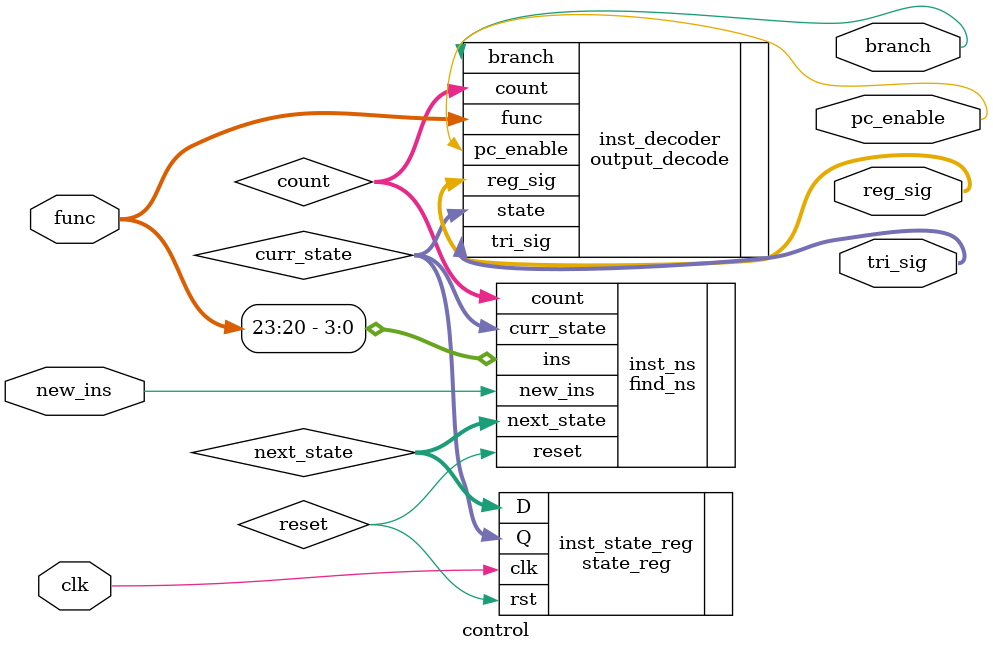
<source format=v>
module control(func, clk, new_ins, reg_sig, tri_sig, branch, pc_enable);

input[23:0] func;
//[ins(4 bits [23:20])][op1(4bits) [19:16]][op2(4bits) [15:12]][padding(12bits)] OR
//[ins(4 bits)][op1(4bits)][data(16bits)]

// 0000: LOAD
// 0001: MOV
// 0010: ADD
// 0011: XOR
// 0100: MIN
// 0101: LDPC
// 0110: BRANCH
// 0111: MINALL

input clk, new_ins;
output [18:0] reg_sig, tri_sig;
output pc_enable, branch;

wire [4:0] curr_state, next_state;
wire [3:0] count;

find_ns inst_ns(.curr_state(curr_state), .next_state(next_state), .ins(func[23:20]), .new_ins(new_ins), .reset(reset), .count(count));
state_reg inst_state_reg(.D(next_state), .clk(clk), .rst(reset), .Q(curr_state));
output_decode inst_decoder(.state(curr_state), .func(func), .reg_sig(reg_sig), .tri_sig(tri_sig), .branch(branch), .pc_enable(pc_enable), .count(count));

endmodule
</source>
